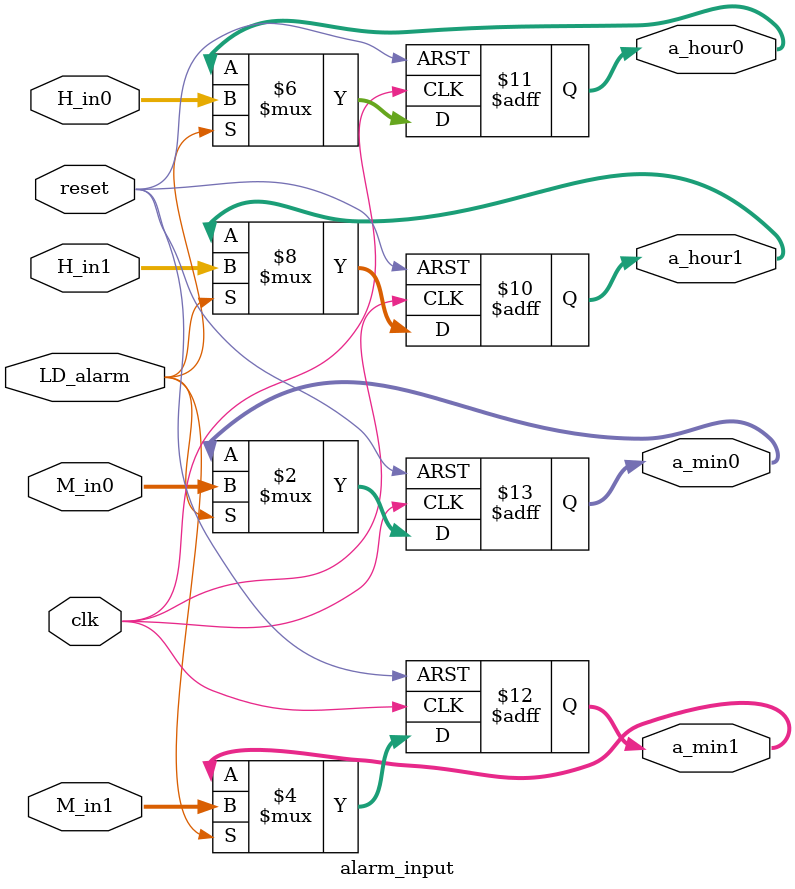
<source format=v>
`timescale 1ns / 1ps
module alarm_input(
input reset,
input clk,
input [1:0] H_in1,
input [3:0] H_in0,
input [3:0] M_in1,
input [3:0] M_in0,
input LD_alarm,
output reg [1:0] a_hour1,
output reg [3:0] a_hour0,
output reg [3:0] a_min1,
output reg [3:0] a_min0
);

always @(posedge clk or posedge reset)
 begin
 if(reset) begin
 a_hour1 <= 2'b00;
 a_hour0 <= 4'b0000;
 a_min1 <= 4'b0000;
 a_min0 <= 4'b0000;
 end 
 else begin
 if(LD_alarm) begin
 a_hour1 <= H_in1;
 a_hour0 <= H_in0;
 a_min1 <= M_in1;
 a_min0 <= M_in0;
 end 
 end 
 end
 
endmodule

</source>
